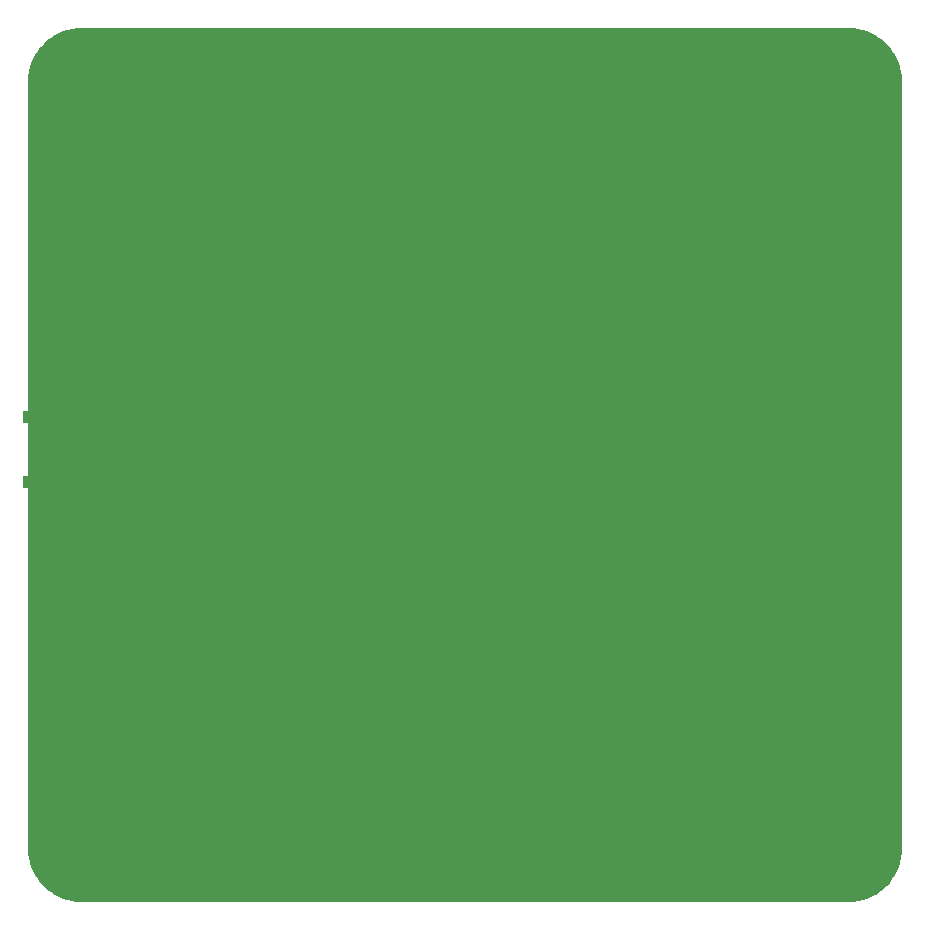
<source format=gbr>
%TF.GenerationSoftware,KiCad,Pcbnew,8.0.4*%
%TF.CreationDate,2024-11-08T13:11:16-05:00*%
%TF.ProjectId,2.4GHz_Patch,322e3447-487a-45f5-9061-7463682e6b69,rev?*%
%TF.SameCoordinates,Original*%
%TF.FileFunction,Copper,L2,Bot*%
%TF.FilePolarity,Positive*%
%FSLAX46Y46*%
G04 Gerber Fmt 4.6, Leading zero omitted, Abs format (unit mm)*
G04 Created by KiCad (PCBNEW 8.0.4) date 2024-11-08 13:11:16*
%MOMM*%
%LPD*%
G01*
G04 APERTURE LIST*
%TA.AperFunction,SMDPad,CuDef*%
%ADD10R,4.560000X1.000000*%
%TD*%
%TA.AperFunction,ViaPad*%
%ADD11C,1.000000*%
%TD*%
G04 APERTURE END LIST*
D10*
%TO.P,J1,SH3*%
%TO.N,GND*%
X118750000Y-65980000D03*
%TO.P,J1,SH4*%
X118750000Y-71520000D03*
%TD*%
D11*
%TO.N,GND*%
X118750000Y-71520000D03*
X118750000Y-65980000D03*
%TD*%
%TA.AperFunction,Conductor*%
%TO.N,GND*%
G36*
X186402702Y-33059617D02*
G01*
X186786771Y-33076386D01*
X186797506Y-33077326D01*
X187175971Y-33127152D01*
X187186597Y-33129025D01*
X187559284Y-33211648D01*
X187569710Y-33214442D01*
X187933765Y-33329227D01*
X187943911Y-33332920D01*
X188296578Y-33479000D01*
X188306369Y-33483566D01*
X188644942Y-33659816D01*
X188654310Y-33665224D01*
X188976244Y-33870318D01*
X188985105Y-33876523D01*
X189287930Y-34108889D01*
X189296217Y-34115843D01*
X189577635Y-34373715D01*
X189585284Y-34381364D01*
X189843156Y-34662782D01*
X189850110Y-34671069D01*
X190082476Y-34973894D01*
X190088681Y-34982755D01*
X190293775Y-35304689D01*
X190299183Y-35314057D01*
X190475430Y-35652623D01*
X190480002Y-35662427D01*
X190626075Y-36015078D01*
X190629775Y-36025244D01*
X190744554Y-36389278D01*
X190747354Y-36399727D01*
X190829971Y-36772389D01*
X190831849Y-36783042D01*
X190881671Y-37161473D01*
X190882614Y-37172249D01*
X190899382Y-37556297D01*
X190899500Y-37561706D01*
X190899500Y-102556293D01*
X190899382Y-102561702D01*
X190882614Y-102945750D01*
X190881671Y-102956526D01*
X190831849Y-103334957D01*
X190829971Y-103345610D01*
X190747354Y-103718272D01*
X190744554Y-103728721D01*
X190629775Y-104092755D01*
X190626075Y-104102921D01*
X190480002Y-104455572D01*
X190475430Y-104465376D01*
X190299183Y-104803942D01*
X190293775Y-104813310D01*
X190088681Y-105135244D01*
X190082476Y-105144105D01*
X189850110Y-105446930D01*
X189843156Y-105455217D01*
X189585284Y-105736635D01*
X189577635Y-105744284D01*
X189296217Y-106002156D01*
X189287930Y-106009110D01*
X188985105Y-106241476D01*
X188976244Y-106247681D01*
X188654310Y-106452775D01*
X188644942Y-106458183D01*
X188306376Y-106634430D01*
X188296572Y-106639002D01*
X187943921Y-106785075D01*
X187933755Y-106788775D01*
X187569721Y-106903554D01*
X187559272Y-106906354D01*
X187186610Y-106988971D01*
X187175957Y-106990849D01*
X186797526Y-107040671D01*
X186786750Y-107041614D01*
X186402703Y-107058382D01*
X186397294Y-107058500D01*
X121402706Y-107058500D01*
X121397297Y-107058382D01*
X121013249Y-107041614D01*
X121002473Y-107040671D01*
X120624042Y-106990849D01*
X120613389Y-106988971D01*
X120240727Y-106906354D01*
X120230278Y-106903554D01*
X119866244Y-106788775D01*
X119856078Y-106785075D01*
X119503427Y-106639002D01*
X119493623Y-106634430D01*
X119155057Y-106458183D01*
X119145689Y-106452775D01*
X118823755Y-106247681D01*
X118814894Y-106241476D01*
X118512069Y-106009110D01*
X118503782Y-106002156D01*
X118222364Y-105744284D01*
X118214715Y-105736635D01*
X117956843Y-105455217D01*
X117949889Y-105446930D01*
X117717523Y-105144105D01*
X117711318Y-105135244D01*
X117506224Y-104813310D01*
X117500816Y-104803942D01*
X117324569Y-104465376D01*
X117319997Y-104455572D01*
X117173924Y-104102921D01*
X117170224Y-104092755D01*
X117055442Y-103728710D01*
X117052648Y-103718284D01*
X116970025Y-103345597D01*
X116968152Y-103334971D01*
X116918326Y-102956506D01*
X116917386Y-102945771D01*
X116900618Y-102561702D01*
X116900500Y-102556293D01*
X116900500Y-37561706D01*
X116900618Y-37556297D01*
X116903377Y-37493108D01*
X116917386Y-37172226D01*
X116918326Y-37161495D01*
X116968152Y-36783025D01*
X116970025Y-36772405D01*
X117052649Y-36399709D01*
X117055440Y-36389295D01*
X117170230Y-36025227D01*
X117173917Y-36015095D01*
X117320003Y-35662412D01*
X117324561Y-35652638D01*
X117500822Y-35314045D01*
X117506217Y-35304700D01*
X117711325Y-34982744D01*
X117717515Y-34973905D01*
X117949896Y-34671060D01*
X117956834Y-34662791D01*
X118214726Y-34381352D01*
X118222352Y-34373726D01*
X118503791Y-34115834D01*
X118512060Y-34108896D01*
X118814905Y-33876515D01*
X118823744Y-33870325D01*
X119145700Y-33665217D01*
X119155045Y-33659822D01*
X119493638Y-33483561D01*
X119503412Y-33479003D01*
X119856095Y-33332917D01*
X119866227Y-33329230D01*
X120230295Y-33214440D01*
X120240709Y-33211649D01*
X120613405Y-33129025D01*
X120624025Y-33127152D01*
X121002495Y-33077326D01*
X121013226Y-33076386D01*
X121397297Y-33059617D01*
X121402706Y-33059500D01*
X121465892Y-33059500D01*
X186334108Y-33059500D01*
X186397294Y-33059500D01*
X186402702Y-33059617D01*
G37*
%TD.AperFunction*%
%TD*%
M02*

</source>
